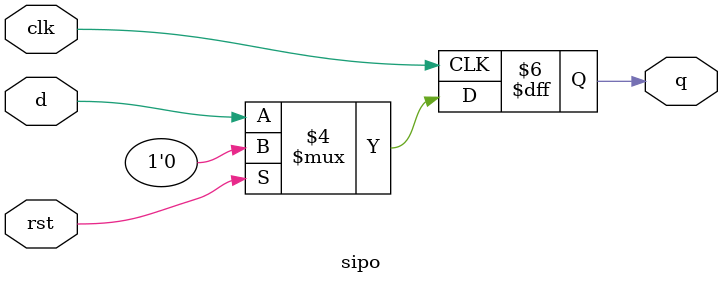
<source format=v>
module sipo(clk,rst,d,q);
  input d;
  input clk,rst;
  output q;
  reg q;
  always @(posedge clk)
  begin
    if(rst==1'b1)
      q<=1'b0;
    else
      q<=d;
  end
endmodule


</source>
